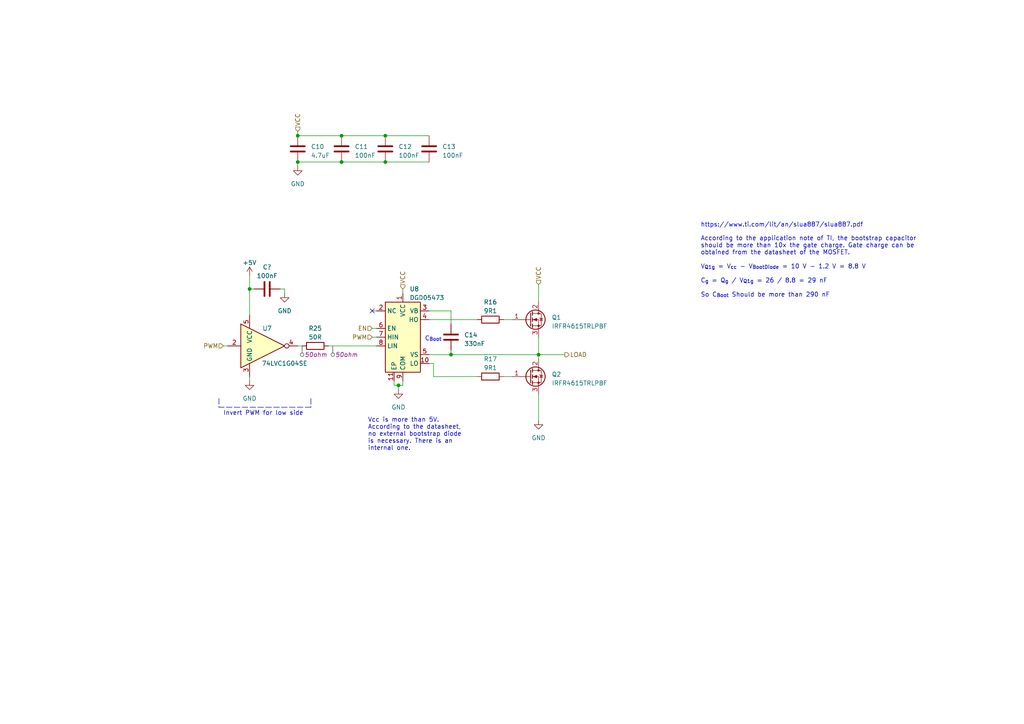
<source format=kicad_sch>
(kicad_sch (version 20230121) (generator eeschema)
  (paper "A4")
  (lib_symbols
    (symbol "audio-amplifier:C_100nF_0805" (pin_numbers hide) (pin_names (offset 0.254))
      (property "Reference" "C" (at 0.635 2.54 0))
      (property "Value" "100nF" (at 0.635 -2.54 0))
      (symbol "C_100nF_0805_0_1"
        (polyline (pts (xy -2.032 -0.762) (xy 2.032 -0.762)) (stroke (width 0.508)))
        (polyline (pts (xy -2.032 0.762) (xy 2.032 0.762)) (stroke (width 0.508)))
      )
      (symbol "C_100nF_0805_1_1"
        (pin passive line (at 0 3.81 270) (length 2.794) (name "~") (number "1"))
        (pin passive line (at 0 -3.81 90) (length 2.794) (name "~") (number "2"))
      )
    )
    (symbol "audio-amplifier:C_330nF_0805" (pin_numbers hide) (pin_names (offset 0.254))
      (property "Reference" "C" (at 0.635 2.54 0))
      (property "Value" "330nF" (at 0.635 -2.54 0))
      (symbol "C_330nF_0805_0_1"
        (polyline (pts (xy -2.032 -0.762) (xy 2.032 -0.762)) (stroke (width 0.508)))
        (polyline (pts (xy -2.032 0.762) (xy 2.032 0.762)) (stroke (width 0.508)))
      )
      (symbol "C_330nF_0805_1_1"
        (pin passive line (at 0 3.81 270) (length 2.794) (name "~") (number "1"))
        (pin passive line (at 0 -3.81 90) (length 2.794) (name "~") (number "2"))
      )
    )
    (symbol "audio-amplifier:C_4.7uF_1206" (pin_numbers hide) (pin_names (offset 0.254))
      (property "Reference" "C" (at 0.635 2.54 0))
      (property "Value" "4.7uF" (at 0.635 -2.54 0))
      (symbol "C_4.7uF_1206_0_1"
        (polyline (pts (xy -2.032 -0.762) (xy 2.032 -0.762)) (stroke (width 0.508)))
        (polyline (pts (xy -2.032 0.762) (xy 2.032 0.762)) (stroke (width 0.508)))
      )
      (symbol "C_4.7uF_1206_1_1"
        (pin passive line (at 0 3.81 270) (length 2.794) (name "~") (number "1"))
        (pin passive line (at 0 -3.81 90) (length 2.794) (name "~") (number "2"))
      )
    )
    (symbol "audio-amplifier:Driver_FET_DGD05473"
      (property "Reference" "U" (at 1.27 13.335 0))
      (property "Value" "DGD05473" (at 1.27 11.43 0))
      (symbol "Driver_FET_DGD05473_0_1"
        (rectangle (start -5.08 10.16) (end 5.08 -10.16) (stroke (width 0.254)) (fill (type background)))
      )
      (symbol "Driver_FET_DGD05473_1_0"
        (pin passive line (at -2.54 -12.7 90) (length 2.54) (name "EP") (number "11"))
        (pin passive line (at -7.62 7.62 0) (length 2.54) (name "NC") (number "2"))
        (pin passive line (at -7.62 2.54 0) (length 2.54) (name "EN") (number "6"))
      )
      (symbol "Driver_FET_DGD05473_1_1"
        (pin power_in line (at 0 12.7 270) (length 2.54) (name "VCC") (number "1"))
        (pin output line (at 7.62 -7.62 180) (length 2.54) (name "LO") (number "10"))
        (pin passive line (at 7.62 7.62 180) (length 2.54) (name "VB") (number "3"))
        (pin output line (at 7.62 5.08 180) (length 2.54) (name "HO") (number "4"))
        (pin passive line (at 7.62 -5.08 180) (length 2.54) (name "VS") (number "5"))
        (pin input line (at -7.62 0 0) (length 2.54) (name "HIN") (number "7"))
        (pin input line (at -7.62 -2.54 0) (length 2.54) (name "LIN") (number "8"))
        (pin power_in line (at 0 -12.7 90) (length 2.54) (name "COM") (number "9"))
      )
    )
    (symbol "audio-amplifier:IRFR4615TRLPBF" (pin_names (offset 0) hide)
      (property "Reference" "Q" (at 5.08 1.27 0))
      (property "Value" "IRFR4615TRLPBF" (at 5.08 -1.27 0))
      (symbol "IRFR4615TRLPBF_0_1"
        (polyline (pts (xy 0.254 0) (xy -2.54 0)))
        (polyline (pts (xy 0.254 1.905) (xy 0.254 -1.905)) (stroke (width 0.254)))
        (polyline (pts (xy 0.762 -1.27) (xy 0.762 -2.286)) (stroke (width 0.254)))
        (polyline (pts (xy 0.762 0.508) (xy 0.762 -0.508)) (stroke (width 0.254)))
        (polyline (pts (xy 0.762 2.286) (xy 0.762 1.27)) (stroke (width 0.254)))
        (polyline (pts (xy 2.54 2.54) (xy 2.54 1.778)))
        (polyline (pts (xy 2.54 -2.54) (xy 2.54 0) (xy 0.762 0)))
        (polyline (pts (xy 0.762 -1.778) (xy 3.302 -1.778) (xy 3.302 1.778) (xy 0.762 1.778)))
        (polyline (pts (xy 1.016 0) (xy 2.032 0.381) (xy 2.032 -0.381) (xy 1.016 0)) (fill (type outline)))
        (polyline (pts (xy 2.794 0.508) (xy 2.921 0.381) (xy 3.683 0.381) (xy 3.81 0.254)))
        (polyline (pts (xy 3.302 0.381) (xy 2.921 -0.254) (xy 3.683 -0.254) (xy 3.302 0.381)))
        (circle (center 1.651 0) (radius 2.794) (stroke (width 0.254)))
        (circle (center 2.54 -1.778) (radius 0.254) (fill (type outline)))
        (circle (center 2.54 1.778) (radius 0.254) (fill (type outline)))
      )
      (symbol "IRFR4615TRLPBF_1_1"
        (pin input line (at -5.08 0 0) (length 2.54) (name "G") (number "1"))
        (pin passive line (at 2.54 5.08 270) (length 2.54) (name "D") (number "2"))
        (pin passive line (at 2.54 -5.08 90) (length 2.54) (name "S") (number "3"))
      )
    )
    (symbol "audio-amplifier:Inverter_74LVC1G04SE"
      (property "Reference" "U" (at 5.08 6.35 0))
      (property "Value" "74LVC1G04SE" (at 8.89 -6.35 0))
      (symbol "Inverter_74LVC1G04SE_0_1"
        (polyline (pts (xy -2.54 6.35) (xy -2.54 -6.35) (xy 10.16 0) (xy -2.54 6.35)) (stroke (width 0.254)) (fill (type background)))
      )
      (symbol "Inverter_74LVC1G04SE_1_0"
        (pin no_connect line (at 2.54 6.35 270) (length 2.54) hide (name "NC") (number "1"))
      )
      (symbol "Inverter_74LVC1G04SE_1_1"
        (pin input line (at -6.35 0 0) (length 3.81) (name "~") (number "2"))
        (pin power_in line (at 0 -8.89 90) (length 3.81) (name "GND") (number "3"))
        (pin output inverted (at 13.97 0 180) (length 3.81) (name "~") (number "4"))
        (pin power_in line (at 0 8.89 270) (length 3.81) (name "VCC") (number "5"))
      )
    )
    (symbol "audio-amplifier:R_50R_0805" (pin_numbers hide) (pin_names (offset 0))
      (property "Reference" "R" (at 2.032 0 90))
      (property "Value" "50R" (at 0 0 90))
      (symbol "R_50R_0805_0_1"
        (rectangle (start -1.016 -2.54) (end 1.016 2.54) (stroke (width 0.254)))
      )
      (symbol "R_50R_0805_1_1"
        (pin passive line (at 0 3.81 270) (length 1.27) (name "~") (number "1"))
        (pin passive line (at 0 -3.81 90) (length 1.27) (name "~") (number "2"))
      )
    )
    (symbol "audio-amplifier:R_9R1_0805" (pin_numbers hide) (pin_names (offset 0))
      (property "Reference" "R" (at 2.032 0 90))
      (property "Value" "9R1" (at 0 0 90))
      (symbol "R_9R1_0805_0_1"
        (rectangle (start -1.016 -2.54) (end 1.016 2.54) (stroke (width 0.254)))
      )
      (symbol "R_9R1_0805_1_1"
        (pin passive line (at 0 3.81 270) (length 1.27) (name "~") (number "1"))
        (pin passive line (at 0 -3.81 90) (length 1.27) (name "~") (number "2"))
      )
    )
    (symbol "power:+5V" (power) (pin_names (offset 0))
      (property "Value" "+5V" (at 0 3.556 0))
      (symbol "+5V_0_1"
        (polyline (pts (xy -0.762 1.27) (xy 0 2.54)))
        (polyline (pts (xy 0 0) (xy 0 2.54)))
        (polyline (pts (xy 0 2.54) (xy 0.762 1.27)))
      )
      (symbol "+5V_1_1"
        (pin power_in line (at 0 0 90) (length 0) hide (name "+5V") (number "1"))
      )
    )
    (symbol "power:GND" (power) (pin_names (offset 0))
      (property "Value" "GND" (at 0 -3.81 0))
      (symbol "GND_0_1"
        (polyline (pts (xy 0 0) (xy 0 -1.27) (xy 1.27 -1.27) (xy 0 -2.54) (xy -1.27 -1.27) (xy 0 -1.27)))
      )
      (symbol "GND_1_1"
        (pin power_in line (at 0 0 270) (length 0) hide (name "GND") (number "1"))
      )
    )
  )
  (junction (at 115.57 111.76))
  (junction (at 156.21 102.87))
  (junction (at 86.36 39.37))
  (junction (at 72.39 83.82))
  (junction (at 130.81 102.87))
  (junction (at 99.06 39.37))
  (junction (at 111.76 39.37))
  (junction (at 86.36 46.99))
  (junction (at 111.76 46.99))
  (junction (at 99.06 46.99))
  (no_connect (at 107.95 90.17))
  (wire (pts (xy 72.39 83.82) (xy 73.66 83.82)))
  (wire (pts (xy 124.46 92.71) (xy 138.43 92.71)))
  (wire (pts (xy 156.21 114.3) (xy 156.21 121.92)))
  (wire (pts (xy 114.3 111.76) (xy 115.57 111.76)))
  (wire (pts (xy 111.76 39.37) (xy 124.46 39.37)))
  (wire (pts (xy 125.73 105.41) (xy 124.46 105.41)))
  (wire (pts (xy 146.05 92.71) (xy 148.59 92.71)))
  (wire (pts (xy 116.84 83.82) (xy 116.84 85.09)))
  (polyline (pts (xy 63.5 115.57) (xy 63.5 118.11)) (stroke (width 0) (type dash)))
  (wire (pts (xy 107.95 90.17) (xy 109.22 90.17)))
  (wire (pts (xy 99.06 46.99) (xy 111.76 46.99)))
  (wire (pts (xy 86.36 100.33) (xy 87.63 100.33)))
  (wire (pts (xy 86.36 46.99) (xy 86.36 48.26)))
  (wire (pts (xy 130.81 93.98) (xy 130.81 90.17)))
  (wire (pts (xy 107.95 95.25) (xy 109.22 95.25)))
  (wire (pts (xy 72.39 91.44) (xy 72.39 83.82)))
  (wire (pts (xy 81.28 83.82) (xy 82.55 83.82)))
  (polyline (pts (xy 90.17 115.57) (xy 90.17 118.11)) (stroke (width 0) (type dash)))
  (wire (pts (xy 130.81 101.6) (xy 130.81 102.87)))
  (wire (pts (xy 156.21 82.55) (xy 156.21 87.63)))
  (wire (pts (xy 99.06 39.37) (xy 111.76 39.37)))
  (wire (pts (xy 86.36 38.1) (xy 86.36 39.37)))
  (wire (pts (xy 107.95 97.79) (xy 109.22 97.79)))
  (wire (pts (xy 86.36 46.99) (xy 99.06 46.99)))
  (wire (pts (xy 130.81 90.17) (xy 124.46 90.17)))
  (wire (pts (xy 82.55 83.82) (xy 82.55 85.09)))
  (wire (pts (xy 64.77 100.33) (xy 66.04 100.33)))
  (wire (pts (xy 115.57 111.76) (xy 115.57 113.03)))
  (wire (pts (xy 156.21 104.14) (xy 156.21 102.87)))
  (wire (pts (xy 125.73 109.22) (xy 125.73 105.41)))
  (wire (pts (xy 130.81 102.87) (xy 156.21 102.87)))
  (wire (pts (xy 72.39 80.01) (xy 72.39 83.82)))
  (wire (pts (xy 111.76 46.99) (xy 124.46 46.99)))
  (wire (pts (xy 156.21 97.79) (xy 156.21 102.87)))
  (wire (pts (xy 72.39 109.22) (xy 72.39 110.49)))
  (wire (pts (xy 95.25 100.33) (xy 109.22 100.33)))
  (wire (pts (xy 114.3 110.49) (xy 114.3 111.76)))
  (wire (pts (xy 146.05 109.22) (xy 148.59 109.22)))
  (wire (pts (xy 116.84 110.49) (xy 116.84 111.76)))
  (wire (pts (xy 124.46 102.87) (xy 130.81 102.87)))
  (wire (pts (xy 156.21 102.87) (xy 163.83 102.87)))
  (wire (pts (xy 116.84 111.76) (xy 115.57 111.76)))
  (wire (pts (xy 138.43 109.22) (xy 125.73 109.22)))
  (polyline (pts (xy 90.17 118.11) (xy 63.5 118.11)) (stroke (width 0) (type dash)))
  (wire (pts (xy 86.36 39.37) (xy 99.06 39.37)))
  (text "C_{Boot}" (at 123.19 99.06 0) (effects (font (size 1.27 1.27)) (justify left bottom)))
  (text "Vcc is more than 5V.\nAccording to the datasheet,\nno external bootstrap diode\nis necessary. There is an\ninternal one." (at 106.68 130.81 0) (effects (font (size 1.27 1.27)) (justify left bottom)))
  (text "https://www.ti.com/lit/an/slua887/slua887.pdf" (at 203.2 66.04 0) (effects (font (size 1.27 1.27)) (justify left bottom)))
  (text "Invert PWM for low side" (at 64.77 120.65 0) (effects (font (size 1.27 1.27)) (justify left bottom)))
  (text "According to the application note of TI, the bootstrap capacitor\nshould be more than 10x the gate charge. Gate charge can be\nobtained from the datasheet of the MOSFET.\n\nV_{Q1g} = V_{cc} - V_{BootDiode} = 10 V - 1.2 V = 8.8 V\n\nC_{g} = Q_{g} / V_{Q1g} = 26 / 8.8 = 29 nF\n\nSo C_{Boot} Should be more than 290 nF" (at 203.2 86.36 0) (effects (font (size 1.27 1.27)) (justify left bottom)))
  (hierarchical_label "VCC" (shape input) (at 156.21 82.55 90))
  (hierarchical_label "PWM" (shape input) (at 64.77 100.33 180))
  (hierarchical_label "VCC" (shape input) (at 86.36 38.1 90))
  (hierarchical_label "PWM" (shape input) (at 107.95 97.79 180))
  (hierarchical_label "EN" (shape input) (at 107.95 95.25 180))
  (hierarchical_label "VCC" (shape input) (at 116.84 83.82 90))
  (hierarchical_label "LOAD" (shape output) (at 163.83 102.87 0))
  (netclass_flag "" (length 2.54) (shape round) (at 96.52 100.33 180) (property "Netclass" "50ohm" (at 97.2185 102.87 0) (effects (font italic) (justify left))))
  (netclass_flag "" (length 2.54) (shape round) (at 87.63 100.33 180) (property "Netclass" "50ohm" (at 88.3285 102.87 0) (effects (font italic) (justify left))))
  (symbol (lib_id "audio-amplifier:C_4.7uF_1206") (at 86.36 43.18 0) (unit 1)
    (property "Reference" "C10" (at 90.17 42.545 0) (effects (justify left)))
    (property "Value" "4.7uF" (at 90.17 45.085 0) (effects (justify left)))
    (property "Footprint" "Capacitor_SMD:C_1206_3216Metric" (effects hide))
    (property "Datasheet" "https://datasheet.lcsc.com/lcsc/1811091112_FH--Guangdong-Fenghua-Advanced-Tech-1206B475K500NT_C29823.pdf" (effects hide))
    (property "LCSC Part #" "C29823" (effects hide))
    (property "MPN" "1206B475K500NT" (effects hide))
    (instances (project "audio-amplifier" (path "" (reference "C10") (unit 1)) (path "" (reference "C16") (unit 1))))
  )
  (symbol (lib_id "audio-amplifier:C_100nF_0805") (at 124.46 43.18 0) (unit 1)
    (property "Reference" "C13" (at 128.27 42.545 0) (effects (justify left)))
    (property "Value" "100nF" (at 128.27 45.085 0) (effects (justify left)))
    (property "Footprint" "Capacitor_SMD:C_0805_2012Metric" (effects hide))
    (property "Datasheet" "https://datasheet.lcsc.com/lcsc/1810101813_YAGEO-CC0805KRX7R9BB104_C49678.pdf" (effects hide))
    (property "LCSC Part #" "C49678" (effects hide))
    (property "MPN" "CC0805KRX7R9BB104" (effects hide))
    (instances (project "audio-amplifier" (path "" (reference "C13") (unit 1)) (path "" (reference "C19") (unit 1))))
  )
  (symbol (lib_id "audio-amplifier:C_100nF_0805") (at 77.47 83.82 90) (unit 1)
    (property "Reference" "C?" (at 77.47 77.47 90))
    (property "Value" "100nF" (at 77.47 80.01 90))
    (property "Footprint" "Capacitor_SMD:C_0805_2012Metric" (effects hide))
    (property "Datasheet" "https://datasheet.lcsc.com/lcsc/1810101813_YAGEO-CC0805KRX7R9BB104_C49678.pdf" (effects hide))
    (property "LCSC Part #" "C49678" (effects hide))
    (property "MPN" "CC0805KRX7R9BB104" (effects hide))
    (instances (project "audio-amplifier" (path "" (reference "C?") (unit 1)) (path "" (reference "C9") (unit 1)) (path "" (reference "C15") (unit 1))))
  )
  (symbol (lib_id "power:GND") (at 82.55 85.09 0) (unit 1)
    (property "Reference" "#PWR?" (effects hide))
    (property "Value" "GND" (at 82.55 90.17 0))
    (instances (project "audio-amplifier" (path "" (reference "#PWR?") (unit 1)) (path "" (reference "#PWR041") (unit 1)) (path "" (reference "#PWR046") (unit 1))))
  )
  (symbol (lib_id "audio-amplifier:Inverter_74LVC1G04SE") (at 72.39 100.33 0) (unit 1)
    (property "Reference" "U7" (at 77.47 95.25 0))
    (property "Value" "74LVC1G04SE" (at 82.55 105.41 0))
    (property "Footprint" "Package_TO_SOT_SMD:SOT-353_SC-70-5" (effects hide))
    (property "Datasheet" "https://datasheet.lcsc.com/lcsc/1810111121_Diodes-Incorporated-74LVC1G04SE-7_C264081.pdf" (effects hide))
    (property "LCSC Part #" "C264081" (effects hide))
    (property "MPN" "74LVC1G04SE" (effects hide))
    (instances (project "audio-amplifier" (path "" (reference "U7") (unit 1)) (path "" (reference "U9") (unit 1))))
  )
  (symbol (lib_id "audio-amplifier:IRFR4615TRLPBF") (at 153.67 92.71 0) (unit 1)
    (property "Reference" "Q1" (at 160.02 92.075 0) (effects (justify left)))
    (property "Value" "IRFR4615TRLPBF" (at 160.02 94.615 0) (effects (justify left)))
    (property "Footprint" "Package_TO_SOT_SMD:TO-252-2" (effects hide))
    (property "Datasheet" "https://datasheet.lcsc.com/lcsc/1810121131_Infineon-Technologies-IRFR4615TRLPBF_C148159.pdf" (effects hide))
    (property "LCSC Part #" "C148159" (effects hide))
    (property "MPN" "IRFR4615TRLPBF" (effects hide))
    (instances (project "audio-amplifier" (path "" (reference "Q1") (unit 1)) (path "" (reference "Q3") (unit 1))))
  )
  (symbol (lib_id "power:GND") (at 156.21 121.92 0) (unit 1)
    (property "Reference" "#PWR044" (effects hide))
    (property "Value" "GND" (at 156.21 127 0))
    (instances (project "audio-amplifier" (path "" (reference "#PWR044") (unit 1)) (path "" (reference "#PWR049") (unit 1))))
  )
  (symbol (lib_id "audio-amplifier:IRFR4615TRLPBF") (at 153.67 109.22 0) (unit 1)
    (property "Reference" "Q2" (at 160.02 108.585 0) (effects (justify left)))
    (property "Value" "IRFR4615TRLPBF" (at 160.02 111.125 0) (effects (justify left)))
    (property "Footprint" "Package_TO_SOT_SMD:TO-252-2" (effects hide))
    (property "Datasheet" "https://datasheet.lcsc.com/lcsc/1810121131_Infineon-Technologies-IRFR4615TRLPBF_C148159.pdf" (effects hide))
    (property "LCSC Part #" "C148159" (effects hide))
    (property "MPN" "IRFR4615TRLPBF" (effects hide))
    (instances (project "audio-amplifier" (path "" (reference "Q2") (unit 1)) (path "" (reference "Q4") (unit 1))))
  )
  (symbol (lib_id "power:GND") (at 72.39 110.49 0) (unit 1)
    (property "Reference" "#PWR040" (effects hide))
    (property "Value" "GND" (at 72.39 115.57 0))
    (instances (project "audio-amplifier" (path "" (reference "#PWR040") (unit 1)) (path "" (reference "#PWR045") (unit 1))))
  )
  (symbol (lib_id "audio-amplifier:C_330nF_0805") (at 130.81 97.79 0) (unit 1)
    (property "Reference" "C14" (at 134.62 97.155 0) (effects (justify left)))
    (property "Value" "330nF" (at 134.62 99.695 0) (effects (justify left)))
    (property "Footprint" "Capacitor_SMD:C_0805_2012Metric" (effects hide))
    (property "Datasheet" "https://datasheet.lcsc.com/lcsc/1811071214_FH--Guangdong-Fenghua-Advanced-Tech-0805B334K500NT_C1740.pdf" (effects hide))
    (property "LCSC Part #" "C1740" (effects hide))
    (property "MPN" "0805B334K500NT" (effects hide))
    (instances (project "audio-amplifier" (path "" (reference "C14") (unit 1)) (path "" (reference "C20") (unit 1))))
  )
  (symbol (lib_id "audio-amplifier:R_9R1_0805") (at 142.24 109.22 90) (unit 1)
    (property "Reference" "R17" (at 142.24 104.14 90))
    (property "Value" "9R1" (at 142.24 106.68 90))
    (property "Footprint" "Resistor_SMD:R_0805_2012Metric" (effects hide))
    (property "Datasheet" "https://datasheet.lcsc.com/lcsc/2201181800_FOJAN-FRC0805F9R10TS_C2933515.pdf" (effects hide))
    (property "LCSC Part #" "C2933515" (effects hide))
    (property "MPN" "FRC0805F9R10TS" (effects hide))
    (instances (project "audio-amplifier" (path "" (reference "R17") (unit 1)) (path "" (reference "R19") (unit 1))))
  )
  (symbol (lib_id "power:+5V") (at 72.39 80.01 0) (unit 1)
    (property "Reference" "#PWR053" (effects hide))
    (property "Value" "+5V" (at 72.39 76.2 0))
    (instances (project "audio-amplifier" (path "" (reference "#PWR053") (unit 1)) (path "" (reference "#PWR054") (unit 1))))
  )
  (symbol (lib_id "audio-amplifier:C_100nF_0805") (at 111.76 43.18 0) (unit 1)
    (property "Reference" "C12" (at 115.57 42.545 0) (effects (justify left)))
    (property "Value" "100nF" (at 115.57 45.085 0) (effects (justify left)))
    (property "Footprint" "Capacitor_SMD:C_0805_2012Metric" (effects hide))
    (property "Datasheet" "https://datasheet.lcsc.com/lcsc/1810101813_YAGEO-CC0805KRX7R9BB104_C49678.pdf" (effects hide))
    (property "LCSC Part #" "C49678" (effects hide))
    (property "MPN" "CC0805KRX7R9BB104" (effects hide))
    (instances (project "audio-amplifier" (path "" (reference "C12") (unit 1)) (path "" (reference "C18") (unit 1))))
  )
  (symbol (lib_id "audio-amplifier:Driver_FET_DGD05473") (at 116.84 97.79 0) (unit 1)
    (property "Reference" "U8" (at 118.7959 83.82 0) (effects (justify left)))
    (property "Value" "DGD05473" (at 118.7959 86.36 0) (effects (justify left)))
    (property "Footprint" "Package_DFN_QFN:DFN-10-1EP_3x3mm_P0.5mm_EP1.65x2.38mm" (effects hide))
    (property "Datasheet" "https://www.diodes.com/assets/Datasheets/DGD05473.pdf" (effects hide))
    (property "LCSC Part #" "C189752" (effects hide))
    (instances (project "audio-amplifier" (path "" (reference "U8") (unit 1)) (path "" (reference "U10") (unit 1))))
  )
  (symbol (lib_id "power:GND") (at 86.36 48.26 0) (unit 1)
    (property "Reference" "#PWR042" (effects hide))
    (property "Value" "GND" (at 86.36 53.34 0))
    (instances (project "audio-amplifier" (path "" (reference "#PWR042") (unit 1)) (path "" (reference "#PWR047") (unit 1))))
  )
  (symbol (lib_id "power:GND") (at 115.57 113.03 0) (unit 1)
    (property "Reference" "#PWR043" (effects hide))
    (property "Value" "GND" (at 115.57 118.11 0))
    (instances (project "audio-amplifier" (path "" (reference "#PWR043") (unit 1)) (path "" (reference "#PWR048") (unit 1))))
  )
  (symbol (lib_id "audio-amplifier:R_9R1_0805") (at 142.24 92.71 90) (unit 1)
    (property "Reference" "R16" (at 142.24 87.63 90))
    (property "Value" "9R1" (at 142.24 90.17 90))
    (property "Footprint" "Resistor_SMD:R_0805_2012Metric" (effects hide))
    (property "Datasheet" "https://datasheet.lcsc.com/lcsc/2201181800_FOJAN-FRC0805F9R10TS_C2933515.pdf" (effects hide))
    (property "LCSC Part #" "C2933515" (effects hide))
    (property "MPN" "FRC0805F9R10TS" (effects hide))
    (instances (project "audio-amplifier" (path "" (reference "R16") (unit 1)) (path "" (reference "R18") (unit 1))))
  )
  (symbol (lib_id "audio-amplifier:C_100nF_0805") (at 99.06 43.18 0) (unit 1)
    (property "Reference" "C11" (at 102.87 42.545 0) (effects (justify left)))
    (property "Value" "100nF" (at 102.87 45.085 0) (effects (justify left)))
    (property "Footprint" "Capacitor_SMD:C_0805_2012Metric" (effects hide))
    (property "Datasheet" "https://datasheet.lcsc.com/lcsc/1810101813_YAGEO-CC0805KRX7R9BB104_C49678.pdf" (effects hide))
    (property "LCSC Part #" "C49678" (effects hide))
    (property "MPN" "CC0805KRX7R9BB104" (effects hide))
    (instances (project "audio-amplifier" (path "" (reference "C11") (unit 1)) (path "" (reference "C17") (unit 1))))
  )
  (symbol (lib_id "audio-amplifier:R_50R_0805") (at 91.44 100.33 90) (unit 1)
    (property "Reference" "R25" (at 91.44 95.25 90))
    (property "Value" "50R" (at 91.44 97.79 90))
    (property "Footprint" "Resistor_SMD:R_0805_2012Metric" (effects hide))
    (property "Datasheet" "https://datasheet.lcsc.com/lcsc/2105241808_Viking-Tech-ARG05FTC0500_C2828866.pdf" (effects hide))
    (property "LCSC Part #" "C2828866" (effects hide))
    (property "MPN" "ARG05FTC0500" (effects hide))
    (instances (project "audio-amplifier" (path "" (reference "R25") (unit 1)) (path "" (reference "R26") (unit 1))))
  )
)
</source>
